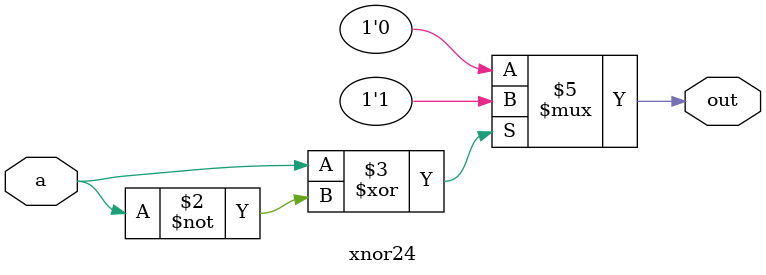
<source format=v>
module xnor24 (
    input wire a,
    output reg out
);

always @(*) begin
    if (a ^ a == 1'b0)
        out = 1'b1;
    else
        out = 1'b0;
end

endmodule

</source>
